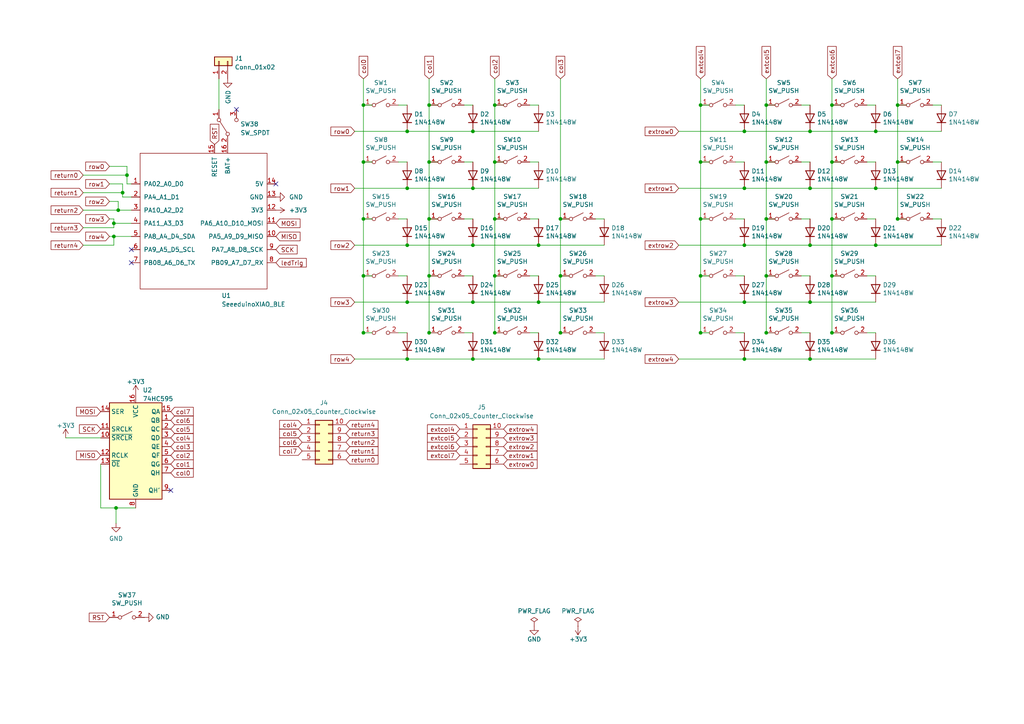
<source format=kicad_sch>
(kicad_sch (version 20231120) (generator "eeschema") (generator_version "8.0")
  (paper "A4")
  (lib_symbols
    (symbol "74xx:74HC595"
      (property "Reference" "U" (at -7.62 13.97 0))
      (property "Value" "74HC595" (at -7.62 -16.51 0))
      (symbol "74HC595_1_0"
        (pin tri_state line (at 10.16 7.62 180) (length 2.54) (name "QB") (number "1"))
        (pin input line (at -10.16 2.54 0) (length 2.54) (name "~{SRCLR}") (number "10"))
        (pin input line (at -10.16 5.08 0) (length 2.54) (name "SRCLK") (number "11"))
        (pin input line (at -10.16 -2.54 0) (length 2.54) (name "RCLK") (number "12"))
        (pin input line (at -10.16 -5.08 0) (length 2.54) (name "~{OE}") (number "13"))
        (pin input line (at -10.16 10.16 0) (length 2.54) (name "SER") (number "14"))
        (pin tri_state line (at 10.16 10.16 180) (length 2.54) (name "QA") (number "15"))
        (pin power_in line (at 0 15.24 270) (length 2.54) (name "VCC") (number "16"))
        (pin tri_state line (at 10.16 5.08 180) (length 2.54) (name "QC") (number "2"))
        (pin tri_state line (at 10.16 2.54 180) (length 2.54) (name "QD") (number "3"))
        (pin tri_state line (at 10.16 0 180) (length 2.54) (name "QE") (number "4"))
        (pin tri_state line (at 10.16 -2.54 180) (length 2.54) (name "QF") (number "5"))
        (pin tri_state line (at 10.16 -5.08 180) (length 2.54) (name "QG") (number "6"))
        (pin tri_state line (at 10.16 -7.62 180) (length 2.54) (name "QH") (number "7"))
        (pin power_in line (at 0 -17.78 90) (length 2.54) (name "GND") (number "8"))
        (pin output line (at 10.16 -12.7 180) (length 2.54) (name "QH'") (number "9"))
      )
    )
    (symbol "Connector_Generic:Conn_01x02" (pin_names (offset 1.016) hide)
      (property "Reference" "J" (at 0 2.54 0))
      (property "Value" "Conn_01x02" (at 0 -5.08 0))
      (symbol "Conn_01x02_1_1"
        (pin passive line (at -5.08 0 0) (length 3.81) (name "Pin_1") (number "1"))
        (pin passive line (at -5.08 -2.54 0) (length 3.81) (name "Pin_2") (number "2"))
      )
    )
    (symbol "Connector_Generic:Conn_02x05_Counter_Clockwise" (pin_names (offset 1.016) hide)
      (property "Reference" "J" (at 1.27 7.62 0))
      (property "Value" "Conn_02x05_Counter_Clockwise" (at 1.27 -7.62 0))
      (symbol "Conn_02x05_Counter_Clockwise_1_1"
        (pin passive line (at -5.08 5.08 0) (length 3.81) (name "Pin_1") (number "1"))
        (pin passive line (at 7.62 5.08 180) (length 3.81) (name "Pin_10") (number "10"))
        (pin passive line (at -5.08 2.54 0) (length 3.81) (name "Pin_2") (number "2"))
        (pin passive line (at -5.08 0 0) (length 3.81) (name "Pin_3") (number "3"))
        (pin passive line (at -5.08 -2.54 0) (length 3.81) (name "Pin_4") (number "4"))
        (pin passive line (at -5.08 -5.08 0) (length 3.81) (name "Pin_5") (number "5"))
        (pin passive line (at 7.62 -5.08 180) (length 3.81) (name "Pin_6") (number "6"))
        (pin passive line (at 7.62 -2.54 180) (length 3.81) (name "Pin_7") (number "7"))
        (pin passive line (at 7.62 0 180) (length 3.81) (name "Pin_8") (number "8"))
        (pin passive line (at 7.62 2.54 180) (length 3.81) (name "Pin_9") (number "9"))
      )
    )
    (symbol "Diode:1N4148W" (pin_numbers hide) (pin_names hide)
      (property "Reference" "D" (at 0 2.54 0))
      (property "Value" "1N4148W" (at 0 -2.54 0))
      (symbol "1N4148W_1_1"
        (pin passive line (at -3.81 0 0) (length 2.54) (name "K") (number "1"))
        (pin passive line (at 3.81 0 180) (length 2.54) (name "A") (number "2"))
      )
    )
    (symbol "Seeeduino XIAO:SeeeduinoXIAO_BLE" (pin_names (offset 1.016))
      (property "Reference" "U1" (at -0.635 -23.8506 0))
      (property "Value" "SeeeduinoXIAO_BLE" (at -0.635 -26.162 0))
      (symbol "SeeeduinoXIAO_BLE_1_1"
        (pin bidirectional line (at -21.59 11.43 0) (length 2.54) (name "PA02_A0_D0") (number "1"))
        (pin bidirectional line (at 20.32 -3.81 180) (length 2.54) (name "PA5_A9_D9_MISO") (number "10"))
        (pin bidirectional line (at 20.32 0 180) (length 2.54) (name "PA6_A10_D10_MOSI") (number "11"))
        (pin power_out line (at 20.32 3.81 180) (length 2.54) (name "3V3") (number "12"))
        (pin power_out line (at 20.32 7.62 180) (length 2.54) (name "GND") (number "13"))
        (pin power_out line (at 20.32 11.43 180) (length 2.54) (name "5V") (number "14"))
        (pin input line (at 2.54 22.86 270) (length 2.54) (name "RESET") (number "15"))
        (pin power_in line (at 6.35 22.86 270) (length 2.54) (name "BAT+") (number "16"))
        (pin bidirectional line (at -21.59 7.62 0) (length 2.54) (name "PA4_A1_D1") (number "2"))
        (pin bidirectional line (at -21.59 3.81 0) (length 2.54) (name "PA10_A2_D2") (number "3"))
        (pin unspecified line (at -21.59 0 0) (length 2.54) (name "PA11_A3_D3") (number "4"))
        (pin bidirectional line (at -21.59 -3.81 0) (length 2.54) (name "PA8_A4_D4_SDA") (number "5"))
        (pin bidirectional line (at -21.59 -7.62 0) (length 2.54) (name "PA9_A5_D5_SCL") (number "6"))
        (pin bidirectional line (at -21.59 -11.43 0) (length 2.54) (name "PB08_A6_D6_TX") (number "7"))
        (pin bidirectional line (at 20.32 -11.43 180) (length 2.54) (name "PB09_A7_D7_RX") (number "8"))
        (pin bidirectional line (at 20.32 -7.62 180) (length 2.54) (name "PA7_A8_D8_SCK") (number "9"))
      )
    )
    (symbol "Switch:SW_SPDT" (pin_names (offset 0) hide)
      (property "Reference" "SW" (at 0 4.318 0))
      (property "Value" "SW_SPDT" (at 0 -5.08 0))
      (symbol "SW_SPDT_1_1"
        (pin passive line (at 5.08 2.54 180) (length 2.54) (name "A") (number "1"))
        (pin passive line (at -5.08 0 0) (length 2.54) (name "B") (number "2"))
        (pin passive line (at 5.08 -2.54 180) (length 2.54) (name "C") (number "3"))
      )
    )
    (symbol "Switch:SW_SPST" (pin_names (offset 0) hide)
      (property "Reference" "SW" (at 0 3.175 0))
      (property "Value" "SW_SPST" (at 0 -2.54 0))
      (symbol "SW_SPST_1_1"
        (pin passive line (at -5.08 0 0) (length 2.54) (name "A") (number "1"))
        (pin passive line (at 5.08 0 180) (length 2.54) (name "B") (number "2"))
      )
    )
    (symbol "power:+3V3" (power) (pin_names (offset 0))
      (property "Value" "+3V3" (at 0 3.556 0))
      (symbol "+3V3_1_1"
        (pin power_in line (at 0 0 90) (length 0) hide (name "+3V3") (number "1"))
      )
    )
    (symbol "power:GND" (power) (pin_names (offset 0))
      (property "Value" "GND" (at 0 -3.81 0))
      (symbol "GND_1_1"
        (pin power_in line (at 0 0 270) (length 0) hide (name "GND") (number "1"))
      )
    )
    (symbol "power:PWR_FLAG" (power) (pin_numbers hide) (pin_names (offset 0) hide)
      (property "Value" "PWR_FLAG" (at 0 3.81 0))
      (symbol "PWR_FLAG_0_0"
        (pin power_out line (at 0 0 90) (length 0) (name "pwr") (number "1"))
      )
    )
  )
  (junction (at 241.3 80.01))
  (junction (at 222.25 80.01))
  (junction (at 234.95 104.14))
  (junction (at 156.21 104.14))
  (junction (at 137.16 71.12))
  (junction (at 162.56 80.01))
  (junction (at 33.02 68.58))
  (junction (at 203.2 46.99))
  (junction (at 215.9 87.63))
  (junction (at 254 38.1))
  (junction (at 143.51 96.52))
  (junction (at 137.16 87.63))
  (junction (at 260.35 63.5))
  (junction (at 222.25 63.5))
  (junction (at 203.2 96.52))
  (junction (at 105.41 96.52))
  (junction (at 143.51 80.01))
  (junction (at 222.25 30.48))
  (junction (at 241.3 96.52))
  (junction (at 222.25 96.52))
  (junction (at 203.2 30.48))
  (junction (at 260.35 30.48))
  (junction (at 234.95 87.63))
  (junction (at 105.41 46.99))
  (junction (at 162.56 96.52))
  (junction (at 33.655 147.32))
  (junction (at 137.16 38.1))
  (junction (at 118.11 87.63))
  (junction (at 234.95 71.12))
  (junction (at 241.3 30.48))
  (junction (at 260.35 46.99))
  (junction (at 124.46 30.48))
  (junction (at 118.11 38.1))
  (junction (at 254 54.61))
  (junction (at 124.46 96.52))
  (junction (at 156.21 71.12))
  (junction (at 34.29 60.96))
  (junction (at 105.41 63.5))
  (junction (at 156.21 87.63))
  (junction (at 105.41 30.48))
  (junction (at 124.46 80.01))
  (junction (at 241.3 46.99))
  (junction (at 241.3 63.5))
  (junction (at 118.11 104.14))
  (junction (at 215.9 71.12))
  (junction (at 203.2 80.01))
  (junction (at 137.16 54.61))
  (junction (at 215.9 104.14))
  (junction (at 33.02 64.77))
  (junction (at 203.2 63.5))
  (junction (at 137.16 104.14))
  (junction (at 118.11 71.12))
  (junction (at 35.56 55.88))
  (junction (at 143.51 30.48))
  (junction (at 118.11 54.61))
  (junction (at 162.56 63.5))
  (junction (at 143.51 46.99))
  (junction (at 222.25 46.99))
  (junction (at 124.46 46.99))
  (junction (at 215.9 38.1))
  (junction (at 234.95 38.1))
  (junction (at 254 71.12))
  (junction (at 105.41 80.01))
  (junction (at 124.46 63.5))
  (junction (at 215.9 54.61))
  (junction (at 234.95 54.61))
  (junction (at 143.51 63.5))
  (junction (at 36.83 50.8))
  (no_connect (at 68.58 31.75))
  (no_connect (at 38.1 72.39))
  (no_connect (at 80.01 53.34))
  (no_connect (at 38.1 76.2))
  (no_connect (at 49.53 142.24))
  (wire (pts (xy 196.85 71.12) (xy 215.9 71.12)))
  (wire (pts (xy 105.41 80.01) (xy 105.41 96.52)))
  (wire (pts (xy 137.16 71.12) (xy 156.21 71.12)))
  (wire (pts (xy 31.75 68.58) (xy 33.02 68.58)))
  (wire (pts (xy 254 38.1) (xy 273.05 38.1)))
  (wire (pts (xy 251.46 30.48) (xy 254 30.48)))
  (wire (pts (xy 241.3 80.01) (xy 241.3 96.52)))
  (wire (pts (xy 234.95 38.1) (xy 254 38.1)))
  (wire (pts (xy 31.75 63.5) (xy 33.02 63.5)))
  (wire (pts (xy 196.85 87.63) (xy 215.9 87.63)))
  (wire (pts (xy 203.2 80.01) (xy 203.2 96.52)))
  (wire (pts (xy 232.41 96.52) (xy 234.95 96.52)))
  (wire (pts (xy 205.74 30.48) (xy 203.2 30.48)))
  (wire (pts (xy 203.2 46.99) (xy 203.2 63.5)))
  (wire (pts (xy 105.41 22.86) (xy 105.41 30.48)))
  (wire (pts (xy 162.56 80.01) (xy 162.56 96.52)))
  (wire (pts (xy 153.67 63.5) (xy 156.21 63.5)))
  (wire (pts (xy 172.72 63.5) (xy 175.26 63.5)))
  (wire (pts (xy 33.655 147.32) (xy 33.655 151.765)))
  (wire (pts (xy 107.95 80.01) (xy 105.41 80.01)))
  (wire (pts (xy 224.79 30.48) (xy 222.25 30.48)))
  (wire (pts (xy 63.5 22.86) (xy 63.5 31.75)))
  (wire (pts (xy 213.36 63.5) (xy 215.9 63.5)))
  (wire (pts (xy 251.46 63.5) (xy 254 63.5)))
  (wire (pts (xy 124.46 46.99) (xy 124.46 63.5)))
  (wire (pts (xy 118.11 54.61) (xy 137.16 54.61)))
  (wire (pts (xy 127 80.01) (xy 124.46 80.01)))
  (wire (pts (xy 24.13 50.8) (xy 36.83 50.8)))
  (wire (pts (xy 196.85 54.61) (xy 215.9 54.61)))
  (wire (pts (xy 29.21 127) (xy 19.05 127)))
  (wire (pts (xy 172.72 80.01) (xy 175.26 80.01)))
  (wire (pts (xy 213.36 96.52) (xy 215.9 96.52)))
  (wire (pts (xy 143.51 63.5) (xy 143.51 80.01)))
  (wire (pts (xy 115.57 30.48) (xy 118.11 30.48)))
  (wire (pts (xy 222.25 63.5) (xy 222.25 80.01)))
  (wire (pts (xy 24.13 55.88) (xy 35.56 55.88)))
  (wire (pts (xy 165.1 63.5) (xy 162.56 63.5)))
  (wire (pts (xy 124.46 22.86) (xy 124.46 30.48)))
  (wire (pts (xy 24.13 71.12) (xy 33.02 71.12)))
  (wire (pts (xy 146.05 30.48) (xy 143.51 30.48)))
  (wire (pts (xy 213.36 46.99) (xy 215.9 46.99)))
  (wire (pts (xy 162.56 22.86) (xy 162.56 63.5)))
  (wire (pts (xy 134.62 46.99) (xy 137.16 46.99)))
  (wire (pts (xy 33.02 68.58) (xy 38.1 68.58)))
  (wire (pts (xy 224.79 96.52) (xy 222.25 96.52)))
  (wire (pts (xy 153.67 30.48) (xy 156.21 30.48)))
  (wire (pts (xy 33.02 64.77) (xy 38.1 64.77)))
  (wire (pts (xy 33.02 63.5) (xy 33.02 64.77)))
  (wire (pts (xy 39.37 147.32) (xy 33.655 147.32)))
  (wire (pts (xy 153.67 46.99) (xy 156.21 46.99)))
  (wire (pts (xy 156.21 104.14) (xy 175.26 104.14)))
  (wire (pts (xy 215.9 38.1) (xy 234.95 38.1)))
  (wire (pts (xy 36.83 48.26) (xy 36.83 50.8)))
  (wire (pts (xy 203.2 30.48) (xy 203.2 46.99)))
  (wire (pts (xy 127 63.5) (xy 124.46 63.5)))
  (wire (pts (xy 127 30.48) (xy 124.46 30.48)))
  (wire (pts (xy 34.29 60.96) (xy 38.1 60.96)))
  (wire (pts (xy 222.25 30.48) (xy 222.25 46.99)))
  (wire (pts (xy 224.79 46.99) (xy 222.25 46.99)))
  (wire (pts (xy 124.46 30.48) (xy 124.46 46.99)))
  (wire (pts (xy 222.25 80.01) (xy 222.25 96.52)))
  (wire (pts (xy 107.95 30.48) (xy 105.41 30.48)))
  (wire (pts (xy 162.56 63.5) (xy 162.56 80.01)))
  (wire (pts (xy 215.9 104.14) (xy 234.95 104.14)))
  (wire (pts (xy 146.05 63.5) (xy 143.51 63.5)))
  (wire (pts (xy 153.67 96.52) (xy 156.21 96.52)))
  (wire (pts (xy 205.74 46.99) (xy 203.2 46.99)))
  (wire (pts (xy 232.41 46.99) (xy 234.95 46.99)))
  (wire (pts (xy 222.25 22.86) (xy 222.25 30.48)))
  (wire (pts (xy 205.74 96.52) (xy 203.2 96.52)))
  (wire (pts (xy 254 71.12) (xy 273.05 71.12)))
  (wire (pts (xy 165.1 80.01) (xy 162.56 80.01)))
  (wire (pts (xy 107.95 46.99) (xy 105.41 46.99)))
  (wire (pts (xy 143.51 80.01) (xy 143.51 96.52)))
  (wire (pts (xy 35.56 57.15) (xy 38.1 57.15)))
  (wire (pts (xy 105.41 46.99) (xy 105.41 63.5)))
  (wire (pts (xy 36.83 53.34) (xy 38.1 53.34)))
  (wire (pts (xy 203.2 22.86) (xy 203.2 30.48)))
  (wire (pts (xy 127 96.52) (xy 124.46 96.52)))
  (wire (pts (xy 115.57 46.99) (xy 118.11 46.99)))
  (wire (pts (xy 31.75 53.34) (xy 35.56 53.34)))
  (wire (pts (xy 102.87 104.14) (xy 118.11 104.14)))
  (wire (pts (xy 196.85 38.1) (xy 215.9 38.1)))
  (wire (pts (xy 143.51 30.48) (xy 143.51 46.99)))
  (wire (pts (xy 203.2 63.5) (xy 203.2 80.01)))
  (wire (pts (xy 134.62 96.52) (xy 137.16 96.52)))
  (wire (pts (xy 102.87 87.63) (xy 118.11 87.63)))
  (wire (pts (xy 146.05 96.52) (xy 143.51 96.52)))
  (wire (pts (xy 205.74 80.01) (xy 203.2 80.01)))
  (wire (pts (xy 175.26 96.52) (xy 172.72 96.52)))
  (wire (pts (xy 134.62 30.48) (xy 137.16 30.48)))
  (wire (pts (xy 243.84 46.99) (xy 241.3 46.99)))
  (wire (pts (xy 105.41 30.48) (xy 105.41 46.99)))
  (wire (pts (xy 262.89 46.99) (xy 260.35 46.99)))
  (wire (pts (xy 118.11 104.14) (xy 137.16 104.14)))
  (wire (pts (xy 232.41 63.5) (xy 234.95 63.5)))
  (wire (pts (xy 118.11 38.1) (xy 137.16 38.1)))
  (wire (pts (xy 156.21 71.12) (xy 175.26 71.12)))
  (wire (pts (xy 260.35 22.86) (xy 260.35 30.48)))
  (wire (pts (xy 134.62 80.01) (xy 137.16 80.01)))
  (wire (pts (xy 251.46 80.01) (xy 254 80.01)))
  (wire (pts (xy 146.05 46.99) (xy 143.51 46.99)))
  (wire (pts (xy 243.84 63.5) (xy 241.3 63.5)))
  (wire (pts (xy 224.79 63.5) (xy 222.25 63.5)))
  (wire (pts (xy 260.35 30.48) (xy 260.35 46.99)))
  (wire (pts (xy 24.13 66.04) (xy 33.02 66.04)))
  (wire (pts (xy 31.75 58.42) (xy 34.29 58.42)))
  (wire (pts (xy 29.21 147.32) (xy 33.655 147.32)))
  (wire (pts (xy 29.21 134.62) (xy 29.21 147.32)))
  (wire (pts (xy 102.87 71.12) (xy 118.11 71.12)))
  (wire (pts (xy 243.84 80.01) (xy 241.3 80.01)))
  (wire (pts (xy 270.51 46.99) (xy 273.05 46.99)))
  (wire (pts (xy 102.87 54.61) (xy 118.11 54.61)))
  (wire (pts (xy 196.85 104.14) (xy 215.9 104.14)))
  (wire (pts (xy 134.62 63.5) (xy 137.16 63.5)))
  (wire (pts (xy 33.02 71.12) (xy 33.02 68.58)))
  (wire (pts (xy 107.95 96.52) (xy 105.41 96.52)))
  (wire (pts (xy 215.9 54.61) (xy 234.95 54.61)))
  (wire (pts (xy 243.84 96.52) (xy 241.3 96.52)))
  (wire (pts (xy 35.56 53.34) (xy 35.56 55.88)))
  (wire (pts (xy 232.41 30.48) (xy 234.95 30.48)))
  (wire (pts (xy 124.46 63.5) (xy 124.46 80.01)))
  (wire (pts (xy 241.3 30.48) (xy 241.3 46.99)))
  (wire (pts (xy 254 96.52) (xy 251.46 96.52)))
  (wire (pts (xy 118.11 87.63) (xy 137.16 87.63)))
  (wire (pts (xy 146.05 80.01) (xy 143.51 80.01)))
  (wire (pts (xy 234.95 54.61) (xy 254 54.61)))
  (wire (pts (xy 127 46.99) (xy 124.46 46.99)))
  (wire (pts (xy 143.51 22.86) (xy 143.51 30.48)))
  (wire (pts (xy 270.51 30.48) (xy 273.05 30.48)))
  (wire (pts (xy 36.83 50.8) (xy 36.83 53.34)))
  (wire (pts (xy 33.02 66.04) (xy 33.02 64.77)))
  (wire (pts (xy 234.95 71.12) (xy 254 71.12)))
  (wire (pts (xy 102.87 38.1) (xy 118.11 38.1)))
  (wire (pts (xy 241.3 22.86) (xy 241.3 30.48)))
  (wire (pts (xy 215.9 71.12) (xy 234.95 71.12)))
  (wire (pts (xy 215.9 87.63) (xy 234.95 87.63)))
  (wire (pts (xy 35.56 55.88) (xy 35.56 57.15)))
  (wire (pts (xy 251.46 46.99) (xy 254 46.99)))
  (wire (pts (xy 234.95 87.63) (xy 254 87.63)))
  (wire (pts (xy 137.16 87.63) (xy 156.21 87.63)))
  (wire (pts (xy 241.3 63.5) (xy 241.3 80.01)))
  (wire (pts (xy 105.41 63.5) (xy 105.41 80.01)))
  (wire (pts (xy 156.21 87.63) (xy 175.26 87.63)))
  (wire (pts (xy 24.13 60.96) (xy 34.29 60.96)))
  (wire (pts (xy 205.74 63.5) (xy 203.2 63.5)))
  (wire (pts (xy 213.36 80.01) (xy 215.9 80.01)))
  (wire (pts (xy 153.67 80.01) (xy 156.21 80.01)))
  (wire (pts (xy 118.11 71.12) (xy 137.16 71.12)))
  (wire (pts (xy 137.16 38.1) (xy 156.21 38.1)))
  (wire (pts (xy 224.79 80.01) (xy 222.25 80.01)))
  (wire (pts (xy 107.95 63.5) (xy 105.41 63.5)))
  (wire (pts (xy 232.41 80.01) (xy 234.95 80.01)))
  (wire (pts (xy 262.89 30.48) (xy 260.35 30.48)))
  (wire (pts (xy 260.35 46.99) (xy 260.35 63.5)))
  (wire (pts (xy 213.36 30.48) (xy 215.9 30.48)))
  (wire (pts (xy 118.11 96.52) (xy 115.57 96.52)))
  (wire (pts (xy 234.95 104.14) (xy 254 104.14)))
  (wire (pts (xy 143.51 46.99) (xy 143.51 63.5)))
  (wire (pts (xy 243.84 30.48) (xy 241.3 30.48)))
  (wire (pts (xy 270.51 63.5) (xy 273.05 63.5)))
  (wire (pts (xy 34.29 58.42) (xy 34.29 60.96)))
  (wire (pts (xy 241.3 46.99) (xy 241.3 63.5)))
  (wire (pts (xy 31.75 48.26) (xy 36.83 48.26)))
  (wire (pts (xy 262.89 63.5) (xy 260.35 63.5)))
  (wire (pts (xy 254 54.61) (xy 273.05 54.61)))
  (wire (pts (xy 137.16 54.61) (xy 156.21 54.61)))
  (wire (pts (xy 115.57 80.01) (xy 118.11 80.01)))
  (wire (pts (xy 124.46 80.01) (xy 124.46 96.52)))
  (wire (pts (xy 118.11 63.5) (xy 115.57 63.5)))
  (wire (pts (xy 165.1 96.52) (xy 162.56 96.52)))
  (wire (pts (xy 137.16 104.14) (xy 156.21 104.14)))
  (wire (pts (xy 222.25 46.99) (xy 222.25 63.5)))
  (global_label "col6" (shape input) (at 87.63 128.27 180) (property "Intersheetrefs" "${INTERSHEET_REFS}" (effects (hide yes))))
  (global_label "row4" (shape input) (at 102.87 104.14 180) (property "Intersheetrefs" "${INTERSHEET_REFS}" (effects (hide yes))))
  (global_label "MOSI" (shape input) (at 29.21 119.38 180) (property "Intersheetrefs" "${INTERSHEET_REFS}" (effects (hide yes))))
  (global_label "col2" (shape input) (at 143.51 22.86 90) (property "Intersheetrefs" "${INTERSHEET_REFS}" (effects (hide yes))))
  (global_label "ledTrig" (shape input) (at 80.01 76.2 0) (property "Intersheetrefs" "${INTERSHEET_REFS}" (effects (hide yes))))
  (global_label "row2" (shape input) (at 102.87 71.12 180) (property "Intersheetrefs" "${INTERSHEET_REFS}" (effects (hide yes))))
  (global_label "return3" (shape input) (at 100.33 125.73 0) (property "Intersheetrefs" "${INTERSHEET_REFS}" (effects (hide yes))))
  (global_label "extcol5" (shape input) (at 133.35 127 180) (property "Intersheetrefs" "${INTERSHEET_REFS}" (effects (hide yes))))
  (global_label "extcol5" (shape input) (at 222.25 22.86 90) (property "Intersheetrefs" "${INTERSHEET_REFS}" (effects (hide yes))))
  (global_label "return4" (shape input) (at 24.13 71.12 180) (property "Intersheetrefs" "${INTERSHEET_REFS}" (effects (hide yes))))
  (global_label "col3" (shape input) (at 162.56 22.86 90) (property "Intersheetrefs" "${INTERSHEET_REFS}" (effects (hide yes))))
  (global_label "row4" (shape input) (at 31.75 68.58 180) (property "Intersheetrefs" "${INTERSHEET_REFS}" (effects (hide yes))))
  (global_label "extrow4" (shape input) (at 146.05 124.46 0) (property "Intersheetrefs" "${INTERSHEET_REFS}" (effects (hide yes))))
  (global_label "SCK" (shape input) (at 29.21 124.46 180) (property "Intersheetrefs" "${INTERSHEET_REFS}" (effects (hide yes))))
  (global_label "extrow1" (shape input) (at 146.05 132.08 0) (property "Intersheetrefs" "${INTERSHEET_REFS}" (effects (hide yes))))
  (global_label "extrow2" (shape input) (at 196.85 71.12 180) (property "Intersheetrefs" "${INTERSHEET_REFS}" (effects (hide yes))))
  (global_label "SCK" (shape input) (at 80.01 72.39 0) (property "Intersheetrefs" "${INTERSHEET_REFS}" (effects (hide yes))))
  (global_label "col1" (shape input) (at 49.53 134.62 0) (property "Intersheetrefs" "${INTERSHEET_REFS}" (effects (hide yes))))
  (global_label "col3" (shape input) (at 49.53 129.54 0) (property "Intersheetrefs" "${INTERSHEET_REFS}" (effects (hide yes))))
  (global_label "row1" (shape input) (at 102.87 54.61 180) (property "Intersheetrefs" "${INTERSHEET_REFS}" (effects (hide yes))))
  (global_label "col7" (shape input) (at 49.53 119.38 0) (property "Intersheetrefs" "${INTERSHEET_REFS}" (effects (hide yes))))
  (global_label "return2" (shape input) (at 24.13 60.96 180) (property "Intersheetrefs" "${INTERSHEET_REFS}" (effects (hide yes))))
  (global_label "col5" (shape input) (at 49.53 124.46 0) (property "Intersheetrefs" "${INTERSHEET_REFS}" (effects (hide yes))))
  (global_label "row2" (shape input) (at 31.75 58.42 180) (property "Intersheetrefs" "${INTERSHEET_REFS}" (effects (hide yes))))
  (global_label "extrow2" (shape input) (at 146.05 129.54 0) (property "Intersheetrefs" "${INTERSHEET_REFS}" (effects (hide yes))))
  (global_label "extcol6" (shape input) (at 241.3 22.86 90) (property "Intersheetrefs" "${INTERSHEET_REFS}" (effects (hide yes))))
  (global_label "col6" (shape input) (at 49.53 121.92 0) (property "Intersheetrefs" "${INTERSHEET_REFS}" (effects (hide yes))))
  (global_label "extcol4" (shape input) (at 203.2 22.86 90) (property "Intersheetrefs" "${INTERSHEET_REFS}" (effects (hide yes))))
  (global_label "col5" (shape input) (at 87.63 125.73 180) (property "Intersheetrefs" "${INTERSHEET_REFS}" (effects (hide yes))))
  (global_label "row3" (shape input) (at 102.87 87.63 180) (property "Intersheetrefs" "${INTERSHEET_REFS}" (effects (hide yes))))
  (global_label "extrow3" (shape input) (at 146.05 127 0) (property "Intersheetrefs" "${INTERSHEET_REFS}" (effects (hide yes))))
  (global_label "col2" (shape input) (at 49.53 132.08 0) (property "Intersheetrefs" "${INTERSHEET_REFS}" (effects (hide yes))))
  (global_label "MISO" (shape input) (at 29.21 132.08 180) (property "Intersheetrefs" "${INTERSHEET_REFS}" (effects (hide yes))))
  (global_label "extrow1" (shape input) (at 196.85 54.61 180) (property "Intersheetrefs" "${INTERSHEET_REFS}" (effects (hide yes))))
  (global_label "RST" (shape input) (at 62.23 41.91 90) (property "Intersheetrefs" "${INTERSHEET_REFS}" (effects (hide yes))))
  (global_label "extcol6" (shape input) (at 133.35 129.54 180) (property "Intersheetrefs" "${INTERSHEET_REFS}" (effects (hide yes))))
  (global_label "col4" (shape input) (at 49.53 127 0) (property "Intersheetrefs" "${INTERSHEET_REFS}" (effects (hide yes))))
  (global_label "return4" (shape input) (at 100.33 123.19 0) (property "Intersheetrefs" "${INTERSHEET_REFS}" (effects (hide yes))))
  (global_label "return0" (shape input) (at 100.33 133.35 0) (property "Intersheetrefs" "${INTERSHEET_REFS}" (effects (hide yes))))
  (global_label "extcol4" (shape input) (at 133.35 124.46 180) (property "Intersheetrefs" "${INTERSHEET_REFS}" (effects (hide yes))))
  (global_label "extcol7" (shape input) (at 133.35 132.08 180) (property "Intersheetrefs" "${INTERSHEET_REFS}" (effects (hide yes))))
  (global_label "return2" (shape input) (at 100.33 128.27 0) (property "Intersheetrefs" "${INTERSHEET_REFS}" (effects (hide yes))))
  (global_label "col1" (shape input) (at 124.46 22.86 90) (property "Intersheetrefs" "${INTERSHEET_REFS}" (effects (hide yes))))
  (global_label "extrow0" (shape input) (at 146.05 134.62 0) (property "Intersheetrefs" "${INTERSHEET_REFS}" (effects (hide yes))))
  (global_label "return0" (shape input) (at 24.13 50.8 180) (property "Intersheetrefs" "${INTERSHEET_REFS}" (effects (hide yes))))
  (global_label "MISO" (shape input) (at 80.01 68.58 0) (property "Intersheetrefs" "${INTERSHEET_REFS}" (effects (hide yes))))
  (global_label "return3" (shape input) (at 24.13 66.04 180) (property "Intersheetrefs" "${INTERSHEET_REFS}" (effects (hide yes))))
  (global_label "return1" (shape input) (at 100.33 130.81 0) (property "Intersheetrefs" "${INTERSHEET_REFS}" (effects (hide yes))))
  (global_label "row0" (shape input) (at 31.75 48.26 180) (property "Intersheetrefs" "${INTERSHEET_REFS}" (effects (hide yes))))
  (global_label "row0" (shape input) (at 102.87 38.1 180) (property "Intersheetrefs" "${INTERSHEET_REFS}" (effects (hide yes))))
  (global_label "row1" (shape input) (at 31.75 53.34 180) (property "Intersheetrefs" "${INTERSHEET_REFS}" (effects (hide yes))))
  (global_label "extrow0" (shape input) (at 196.85 38.1 180) (property "Intersheetrefs" "${INTERSHEET_REFS}" (effects (hide yes))))
  (global_label "RST" (shape input) (at 31.75 179.07 180) (property "Intersheetrefs" "${INTERSHEET_REFS}" (effects (hide yes))))
  (global_label "row3" (shape input) (at 31.75 63.5 180) (property "Intersheetrefs" "${INTERSHEET_REFS}" (effects (hide yes))))
  (global_label "col0" (shape input) (at 105.41 22.86 90) (property "Intersheetrefs" "${INTERSHEET_REFS}" (effects (hide yes))))
  (global_label "col4" (shape input) (at 87.63 123.19 180) (property "Intersheetrefs" "${INTERSHEET_REFS}" (effects (hide yes))))
  (global_label "extcol7" (shape input) (at 260.35 22.86 90) (property "Intersheetrefs" "${INTERSHEET_REFS}" (effects (hide yes))))
  (global_label "extrow4" (shape input) (at 196.85 104.14 180) (property "Intersheetrefs" "${INTERSHEET_REFS}" (effects (hide yes))))
  (global_label "MOSI" (shape input) (at 80.01 64.77 0) (property "Intersheetrefs" "${INTERSHEET_REFS}" (effects (hide yes))))
  (global_label "col7" (shape input) (at 87.63 130.81 180) (property "Intersheetrefs" "${INTERSHEET_REFS}" (effects (hide yes))))
  (global_label "col0" (shape input) (at 49.53 137.16 0) (property "Intersheetrefs" "${INTERSHEET_REFS}" (effects (hide yes))))
  (global_label "return1" (shape input) (at 24.13 55.88 180) (property "Intersheetrefs" "${INTERSHEET_REFS}" (effects (hide yes))))
  (global_label "extrow3" (shape input) (at 196.85 87.63 180) (property "Intersheetrefs" "${INTERSHEET_REFS}" (effects (hide yes))))
  (symbol (lib_id "power:GND") (at 33.655 151.765 0) (unit 1)
    (property "Reference" "#PWR07" (effects (hide yes)))
    (property "Value" "GND" (at 33.655 156.2084 0))
  )
  (symbol (lib_id "power:GND") (at 154.94 181.61 0) (unit 1)
    (property "Reference" "#PWR09" (effects (hide yes)))
    (property "Value" "GND" (at 154.94 185.42 0))
  )
  (symbol (lib_id "Switch:SW_SPST") (at 129.54 46.99 0) (unit 1)
    (property "Reference" "SW9" (at 129.54 40.513 0))
    (property "Value" "SW_PUSH" (at 129.54 42.8244 0))
    (property "Footprint" "Switch_Keyboard_Hotswap_Kailh:SW_Hotswap_Kailh_Choc_V1V2_1.00u" (effects (hide yes)))
  )
  (symbol (lib_id "power:+3V3") (at 167.64 181.61 180) (unit 1)
    (property "Reference" "#PWR010" (effects (hide yes)))
    (property "Value" "+3V3" (at 165.1 185.42 0) (effects (justify right)))
  )
  (symbol (lib_id "Diode:1N4148W") (at 254 100.33 90) (unit 1)
    (property "Reference" "D36" (at 256.032 99.1616 90) (effects (justify right)))
    (property "Value" "1N4148W" (at 256.032 101.473 90) (effects (justify right)))
    (property "Footprint" "Diode_SMD:D_SOD-123" (effects (hide yes)))
    (property "Datasheet" "https://www.vishay.com/docs/85748/1n4148w.pdf" (effects (hide yes)))
  )
  (symbol (lib_id "Diode:1N4148W") (at 118.11 100.33 90) (unit 1)
    (property "Reference" "D30" (at 120.142 99.1616 90) (effects (justify right)))
    (property "Value" "1N4148W" (at 120.142 101.473 90) (effects (justify right)))
    (property "Footprint" "Diode_SMD:D_SOD-123" (effects (hide yes)))
    (property "Datasheet" "https://www.vishay.com/docs/85748/1n4148w.pdf" (effects (hide yes)))
  )
  (symbol (lib_id "Connector_Generic:Conn_02x05_Counter_Clockwise") (at 92.71 128.27 0) (unit 1)
    (property "Reference" "J4" (at 93.98 116.84 0))
    (property "Value" "Conn_02x05_Counter_Clockwise" (at 93.98 119.38 0))
    (property "Footprint" "Connector_PinHeader_1.27mm:PinHeader_2x05_P1.27mm_Vertical_SMD" (effects (hide yes)))
    (property "Description" "Generic connector, double row, 02x05, counter clockwise pin numbering scheme (similar to DIP package numbering), script generated (kicad-library-utils/schlib/autogen/connector/)" (effects (hide yes)))
  )
  (symbol (lib_id "Diode:1N4148W") (at 273.05 50.8 90) (unit 1)
    (property "Reference" "D14" (at 275.082 49.6316 90) (effects (justify right)))
    (property "Value" "1N4148W" (at 275.082 51.943 90) (effects (justify right)))
    (property "Footprint" "Diode_SMD:D_SOD-123" (effects (hide yes)))
    (property "Datasheet" "https://www.vishay.com/docs/85748/1n4148w.pdf" (effects (hide yes)))
  )
  (symbol (lib_id "Switch:SW_SPST") (at 110.49 46.99 0) (unit 1)
    (property "Reference" "SW8" (at 110.49 40.513 0))
    (property "Value" "SW_PUSH" (at 110.49 42.8244 0))
    (property "Footprint" "Switch_Keyboard_Hotswap_Kailh:SW_Hotswap_Kailh_Choc_V1V2_1.00u" (effects (hide yes)))
  )
  (symbol (lib_id "Switch:SW_SPST") (at 246.38 30.48 0) (unit 1)
    (property "Reference" "SW6" (at 246.38 24.003 0))
    (property "Value" "SW_PUSH" (at 246.38 26.3144 0))
    (property "Footprint" "Switch_Keyboard_Hotswap_Kailh:SW_Hotswap_Kailh_Choc_V1V2_1.00u" (effects (hide yes)))
  )
  (symbol (lib_id "Switch:SW_SPST") (at 129.54 63.5 0) (unit 1)
    (property "Reference" "SW16" (at 129.54 57.023 0))
    (property "Value" "SW_PUSH" (at 129.54 59.3344 0))
    (property "Footprint" "Switch_Keyboard_Hotswap_Kailh:SW_Hotswap_Kailh_Choc_V1V2_1.00u" (effects (hide yes)))
  )
  (symbol (lib_id "Switch:SW_SPST") (at 265.43 63.5 0) (unit 1)
    (property "Reference" "SW22" (at 265.43 57.023 0))
    (property "Value" "SW_PUSH" (at 265.43 59.3344 0))
    (property "Footprint" "Switch_Keyboard_Hotswap_Kailh:SW_Hotswap_Kailh_Choc_V1V2_1.00u" (effects (hide yes)))
  )
  (symbol (lib_id "Switch:SW_SPST") (at 208.28 30.48 0) (unit 1)
    (property "Reference" "SW4" (at 208.28 24.003 0))
    (property "Value" "SW_PUSH" (at 208.28 26.3144 0))
    (property "Footprint" "Switch_Keyboard_Hotswap_Kailh:SW_Hotswap_Kailh_Choc_V1V2_1.00u" (effects (hide yes)))
  )
  (symbol (lib_id "Switch:SW_SPST") (at 148.59 63.5 0) (unit 1)
    (property "Reference" "SW17" (at 148.59 57.023 0))
    (property "Value" "SW_PUSH" (at 148.59 59.3344 0))
    (property "Footprint" "Switch_Keyboard_Hotswap_Kailh:SW_Hotswap_Kailh_Choc_V1V2_1.00u" (effects (hide yes)))
  )
  (symbol (lib_id "Switch:SW_SPST") (at 246.38 63.5 0) (unit 1)
    (property "Reference" "SW21" (at 246.38 57.023 0))
    (property "Value" "SW_PUSH" (at 246.38 59.3344 0))
    (property "Footprint" "Switch_Keyboard_Hotswap_Kailh:SW_Hotswap_Kailh_Choc_V1V2_1.00u" (effects (hide yes)))
  )
  (symbol (lib_id "Diode:1N4148W") (at 234.95 83.82 90) (unit 1)
    (property "Reference" "D28" (at 236.982 82.6516 90) (effects (justify right)))
    (property "Value" "1N4148W" (at 236.982 84.963 90) (effects (justify right)))
    (property "Footprint" "Diode_SMD:D_SOD-123" (effects (hide yes)))
    (property "Datasheet" "https://www.vishay.com/docs/85748/1n4148w.pdf" (effects (hide yes)))
  )
  (symbol (lib_id "Diode:1N4148W") (at 273.05 67.31 90) (unit 1)
    (property "Reference" "D22" (at 275.082 66.1416 90) (effects (justify right)))
    (property "Value" "1N4148W" (at 275.082 68.453 90) (effects (justify right)))
    (property "Footprint" "Diode_SMD:D_SOD-123" (effects (hide yes)))
    (property "Datasheet" "https://www.vishay.com/docs/85748/1n4148w.pdf" (effects (hide yes)))
  )
  (symbol (lib_id "Switch:SW_SPST") (at 129.54 80.01 0) (unit 1)
    (property "Reference" "SW24" (at 129.54 73.533 0))
    (property "Value" "SW_PUSH" (at 129.54 75.8444 0))
    (property "Footprint" "Switch_Keyboard_Hotswap_Kailh:SW_Hotswap_Kailh_Choc_V1V2_1.00u" (effects (hide yes)))
  )
  (symbol (lib_id "Switch:SW_SPST") (at 148.59 80.01 0) (unit 1)
    (property "Reference" "SW25" (at 148.59 73.533 0))
    (property "Value" "SW_PUSH" (at 148.59 75.8444 0))
    (property "Footprint" "Switch_Keyboard_Hotswap_Kailh:SW_Hotswap_Kailh_Choc_V1V2_1.00u" (effects (hide yes)))
  )
  (symbol (lib_id "Diode:1N4148W") (at 137.16 34.29 90) (unit 1)
    (property "Reference" "D2" (at 139.192 33.1216 90) (effects (justify right)))
    (property "Value" "1N4148W" (at 139.192 35.433 90) (effects (justify right)))
    (property "Footprint" "Diode_SMD:D_SOD-123" (effects (hide yes)))
    (property "Datasheet" "https://www.vishay.com/docs/85748/1n4148w.pdf" (effects (hide yes)))
  )
  (symbol (lib_id "Switch:SW_SPST") (at 148.59 46.99 0) (unit 1)
    (property "Reference" "SW10" (at 148.59 40.513 0))
    (property "Value" "SW_PUSH" (at 148.59 42.8244 0))
    (property "Footprint" "Switch_Keyboard_Hotswap_Kailh:SW_Hotswap_Kailh_Choc_V1V2_1.00u" (effects (hide yes)))
  )
  (symbol (lib_id "Switch:SW_SPST") (at 167.64 80.01 0) (unit 1)
    (property "Reference" "SW26" (at 167.64 73.533 0))
    (property "Value" "SW_PUSH" (at 167.64 75.8444 0))
    (property "Footprint" "Switch_Keyboard_Hotswap_Kailh:SW_Hotswap_Kailh_Choc_V1V2_1.00u" (effects (hide yes)))
  )
  (symbol (lib_id "Diode:1N4148W") (at 118.11 67.31 90) (unit 1)
    (property "Reference" "D15" (at 120.142 66.1416 90) (effects (justify right)))
    (property "Value" "1N4148W" (at 120.142 68.453 90) (effects (justify right)))
    (property "Footprint" "Diode_SMD:D_SOD-123" (effects (hide yes)))
    (property "Datasheet" "https://www.vishay.com/docs/85748/1n4148w.pdf" (effects (hide yes)))
  )
  (symbol (lib_id "power:GND") (at 66.04 22.86 0) (unit 1)
    (property "Reference" "#PWR02" (effects (hide yes)))
    (property "Value" "GND" (at 66.167 26.1112 90) (effects (justify right)))
  )
  (symbol (lib_id "power:+3V3") (at 19.05 127 0) (unit 1)
    (property "Reference" "#PWR06" (effects (hide yes)))
    (property "Value" "+3V3" (at 19.05 123.4242 0))
  )
  (symbol (lib_id "power:+3V3") (at 80.01 60.96 270) (unit 1)
    (property "Reference" "#PWR04" (effects (hide yes)))
    (property "Value" "+3V3" (at 83.82 60.96 90) (effects (justify left)))
  )
  (symbol (lib_id "power:GND") (at 80.01 57.15 90) (unit 1)
    (property "Reference" "#PWR03" (effects (hide yes)))
    (property "Value" "GND" (at 83.82 57.15 90) (effects (justify right)))
  )
  (symbol (lib_id "Diode:1N4148W") (at 175.26 83.82 90) (unit 1)
    (property "Reference" "D26" (at 177.292 82.6516 90) (effects (justify right)))
    (property "Value" "1N4148W" (at 177.292 84.963 90) (effects (justify right)))
    (property "Footprint" "Diode_SMD:D_SOD-123" (effects (hide yes)))
    (property "Datasheet" "https://www.vishay.com/docs/85748/1n4148w.pdf" (effects (hide yes)))
  )
  (symbol (lib_id "Diode:1N4148W") (at 156.21 67.31 90) (unit 1)
    (property "Reference" "D17" (at 158.242 66.1416 90) (effects (justify right)))
    (property "Value" "1N4148W" (at 158.242 68.453 90) (effects (justify right)))
    (property "Footprint" "Diode_SMD:D_SOD-123" (effects (hide yes)))
    (property "Datasheet" "https://www.vishay.com/docs/85748/1n4148w.pdf" (effects (hide yes)))
  )
  (symbol (lib_id "Diode:1N4148W") (at 156.21 34.29 90) (unit 1)
    (property "Reference" "D3" (at 158.242 33.1216 90) (effects (justify right)))
    (property "Value" "1N4148W" (at 158.242 35.433 90) (effects (justify right)))
    (property "Footprint" "Diode_SMD:D_SOD-123" (effects (hide yes)))
    (property "Datasheet" "https://www.vishay.com/docs/85748/1n4148w.pdf" (effects (hide yes)))
  )
  (symbol (lib_id "Switch:SW_SPST") (at 246.38 96.52 0) (unit 1)
    (property "Reference" "SW36" (at 246.38 90.043 0))
    (property "Value" "SW_PUSH" (at 246.38 92.3544 0))
    (property "Footprint" "Switch_Keyboard_Hotswap_Kailh:SW_Hotswap_Kailh_Choc_V1V2_1.00u" (effects (hide yes)))
  )
  (symbol (lib_id "Switch:SW_SPST") (at 110.49 80.01 0) (unit 1)
    (property "Reference" "SW23" (at 110.49 73.533 0))
    (property "Value" "SW_PUSH" (at 110.49 75.8444 0))
    (property "Footprint" "Switch_Keyboard_Hotswap_Kailh:SW_Hotswap_Kailh_Choc_V1V2_1.00u" (effects (hide yes)))
  )
  (symbol (lib_id "Switch:SW_SPDT") (at 66.04 36.83 90) (unit 1)
    (property "Reference" "SW38" (at 69.723 35.9953 90) (effects (justify right)))
    (property "Value" "SW_SPDT" (at 69.723 38.5322 90) (effects (justify right)))
    (property "Footprint" "footprints:CUS-12TB" (effects (hide yes)))
  )
  (symbol (lib_id "74xx:74HC595") (at 39.37 129.54 0) (unit 1)
    (property "Reference" "U2" (at 41.3894 113.1402 0) (effects (justify left)))
    (property "Value" "74HC595" (at 41.3894 115.6771 0) (effects (justify left)))
    (property "Footprint" "Package_SO:TSSOP-16_4.4x5mm_P0.65mm" (effects (hide yes)))
    (property "Datasheet" "http://www.ti.com/lit/ds/symlink/sn74hc595.pdf" (effects (hide yes)))
    (property "LCSC Part Number" "C10092" (effects (hide yes)))
  )
  (symbol (lib_id "Diode:1N4148W") (at 215.9 83.82 90) (unit 1)
    (property "Reference" "D27" (at 217.932 82.6516 90) (effects (justify right)))
    (property "Value" "1N4148W" (at 217.932 84.963 90) (effects (justify right)))
    (property "Footprint" "Diode_SMD:D_SOD-123" (effects (hide yes)))
    (property "Datasheet" "https://www.vishay.com/docs/85748/1n4148w.pdf" (effects (hide yes)))
  )
  (symbol (lib_id "Diode:1N4148W") (at 215.9 50.8 90) (unit 1)
    (property "Reference" "D11" (at 217.932 49.6316 90) (effects (justify right)))
    (property "Value" "1N4148W" (at 217.932 51.943 90) (effects (justify right)))
    (property "Footprint" "Diode_SMD:D_SOD-123" (effects (hide yes)))
    (property "Datasheet" "https://www.vishay.com/docs/85748/1n4148w.pdf" (effects (hide yes)))
  )
  (symbol (lib_id "Switch:SW_SPST") (at 110.49 30.48 0) (unit 1)
    (property "Reference" "SW1" (at 110.49 24.003 0))
    (property "Value" "SW_PUSH" (at 110.49 26.3144 0))
    (property "Footprint" "Switch_Keyboard_Hotswap_Kailh:SW_Hotswap_Kailh_Choc_V1V2_1.00u" (effects (hide yes)))
  )
  (symbol (lib_id "Switch:SW_SPST") (at 148.59 30.48 0) (unit 1)
    (property "Reference" "SW3" (at 148.59 24.003 0))
    (property "Value" "SW_PUSH" (at 148.59 26.3144 0))
    (property "Footprint" "Switch_Keyboard_Hotswap_Kailh:SW_Hotswap_Kailh_Choc_V1V2_1.00u" (effects (hide yes)))
  )
  (symbol (lib_id "Switch:SW_SPST") (at 208.28 63.5 0) (unit 1)
    (property "Reference" "SW19" (at 208.28 57.023 0))
    (property "Value" "SW_PUSH" (at 208.28 59.3344 0))
    (property "Footprint" "Switch_Keyboard_Hotswap_Kailh:SW_Hotswap_Kailh_Choc_V1V2_1.00u" (effects (hide yes)))
  )
  (symbol (lib_id "power:PWR_FLAG") (at 154.94 181.61 0) (unit 1)
    (property "Reference" "#FLG01" (effects (hide yes)))
    (property "Value" "PWR_FLAG" (at 154.94 177.2158 0))
  )
  (symbol (lib_id "power:+3V3") (at 39.37 114.3 0) (unit 1)
    (property "Reference" "#PWR05" (effects (hide yes)))
    (property "Value" "+3V3" (at 39.37 110.7242 0))
  )
  (symbol (lib_id "Diode:1N4148W") (at 175.26 100.33 90) (unit 1)
    (property "Reference" "D33" (at 177.292 99.1616 90) (effects (justify right)))
    (property "Value" "1N4148W" (at 177.292 101.473 90) (effects (justify right)))
    (property "Footprint" "Diode_SMD:D_SOD-123" (effects (hide yes)))
    (property "Datasheet" "https://www.vishay.com/docs/85748/1n4148w.pdf" (effects (hide yes)))
  )
  (symbol (lib_id "Switch:SW_SPST") (at 208.28 96.52 0) (unit 1)
    (property "Reference" "SW34" (at 208.28 90.043 0))
    (property "Value" "SW_PUSH" (at 208.28 92.3544 0))
    (property "Footprint" "Switch_Keyboard_Hotswap_Kailh:SW_Hotswap_Kailh_Choc_V1V2_1.00u" (effects (hide yes)))
  )
  (symbol (lib_id "Switch:SW_SPST") (at 208.28 46.99 0) (unit 1)
    (property "Reference" "SW11" (at 208.28 40.513 0))
    (property "Value" "SW_PUSH" (at 208.28 42.8244 0))
    (property "Footprint" "Switch_Keyboard_Hotswap_Kailh:SW_Hotswap_Kailh_Choc_V1V2_1.00u" (effects (hide yes)))
  )
  (symbol (lib_id "Switch:SW_SPST") (at 208.28 80.01 0) (unit 1)
    (property "Reference" "SW27" (at 208.28 73.533 0))
    (property "Value" "SW_PUSH" (at 208.28 75.8444 0))
    (property "Footprint" "Switch_Keyboard_Hotswap_Kailh:SW_Hotswap_Kailh_Choc_V1V2_1.00u" (effects (hide yes)))
  )
  (symbol (lib_id "Diode:1N4148W") (at 137.16 83.82 90) (unit 1)
    (property "Reference" "D24" (at 139.192 82.6516 90) (effects (justify right)))
    (property "Value" "1N4148W" (at 139.192 84.963 90) (effects (justify right)))
    (property "Footprint" "Diode_SMD:D_SOD-123" (effects (hide yes)))
    (property "Datasheet" "https://www.vishay.com/docs/85748/1n4148w.pdf" (effects (hide yes)))
  )
  (symbol (lib_id "Diode:1N4148W") (at 254 67.31 90) (unit 1)
    (property "Reference" "D21" (at 256.032 66.1416 90) (effects (justify right)))
    (property "Value" "1N4148W" (at 256.032 68.453 90) (effects (justify right)))
    (property "Footprint" "Diode_SMD:D_SOD-123" (effects (hide yes)))
    (property "Datasheet" "https://www.vishay.com/docs/85748/1n4148w.pdf" (effects (hide yes)))
  )
  (symbol (lib_id "power:PWR_FLAG") (at 167.64 181.61 0) (unit 1)
    (property "Reference" "#FLG02" (effects (hide yes)))
    (property "Value" "PWR_FLAG" (at 167.64 177.2158 0))
  )
  (symbol (lib_id "Diode:1N4148W") (at 234.95 34.29 90) (unit 1)
    (property "Reference" "D5" (at 236.982 33.1216 90) (effects (justify right)))
    (property "Value" "1N4148W" (at 236.982 35.433 90) (effects (justify right)))
    (property "Footprint" "Diode_SMD:D_SOD-123" (effects (hide yes)))
    (property "Datasheet" "https://www.vishay.com/docs/85748/1n4148w.pdf" (effects (hide yes)))
  )
  (symbol (lib_id "Switch:SW_SPST") (at 110.49 63.5 0) (unit 1)
    (property "Reference" "SW15" (at 110.49 57.023 0))
    (property "Value" "SW_PUSH" (at 110.49 59.3344 0))
    (property "Footprint" "Switch_Keyboard_Hotswap_Kailh:SW_Hotswap_Kailh_Choc_V1V2_1.00u" (effects (hide yes)))
  )
  (symbol (lib_id "Diode:1N4148W") (at 137.16 100.33 90) (unit 1)
    (property "Reference" "D31" (at 139.192 99.1616 90) (effects (justify right)))
    (property "Value" "1N4148W" (at 139.192 101.473 90) (effects (justify right)))
    (property "Footprint" "Diode_SMD:D_SOD-123" (effects (hide yes)))
    (property "Datasheet" "https://www.vishay.com/docs/85748/1n4148w.pdf" (effects (hide yes)))
  )
  (symbol (lib_id "Switch:SW_SPST") (at 148.59 96.52 0) (unit 1)
    (property "Reference" "SW32" (at 148.59 90.043 0))
    (property "Value" "SW_PUSH" (at 148.59 92.3544 0))
    (property "Footprint" "Switch_Keyboard_Hotswap_Kailh:SW_Hotswap_Kailh_Choc_V1V2_1.00u" (effects (hide yes)))
  )
  (symbol (lib_id "Switch:SW_SPST") (at 129.54 96.52 0) (unit 1)
    (property "Reference" "SW31" (at 129.54 90.043 0))
    (property "Value" "SW_PUSH" (at 129.54 92.3544 0))
    (property "Footprint" "Switch_Keyboard_Hotswap_Kailh:SW_Hotswap_Kailh_Choc_V1V2_1.00u" (effects (hide yes)))
  )
  (symbol (lib_id "Switch:SW_SPST") (at 167.64 96.52 0) (unit 1)
    (property "Reference" "SW33" (at 167.64 90.043 0))
    (property "Value" "SW_PUSH" (at 167.64 92.3544 0))
    (property "Footprint" "Switch_Keyboard_Hotswap_Kailh:SW_Hotswap_Kailh_Choc_V1V2_1.50u_90deg" (effects (hide yes)))
  )
  (symbol (lib_id "Seeeduino XIAO:SeeeduinoXIAO_BLE") (at 59.69 64.77 0) (unit 1)
    (property "Reference" "U1" (at 64.2494 85.7234 0) (effects (justify left)))
    (property "Value" "SeeeduinoXIAO_BLE" (at 64.2494 88.2603 0) (effects (justify left)))
    (property "Footprint" "xiao:Seeeduino XIAO-MOUDLE14P-2.54-21X17.8MM" (effects (hide yes)))
  )
  (symbol (lib_id "Diode:1N4148W") (at 156.21 83.82 90) (unit 1)
    (property "Reference" "D25" (at 158.242 82.6516 90) (effects (justify right)))
    (property "Value" "1N4148W" (at 158.242 84.963 90) (effects (justify right)))
    (property "Footprint" "Diode_SMD:D_SOD-123" (effects (hide yes)))
    (property "Datasheet" "https://www.vishay.com/docs/85748/1n4148w.pdf" (effects (hide yes)))
  )
  (symbol (lib_id "Diode:1N4148W") (at 118.11 50.8 90) (unit 1)
    (property "Reference" "D8" (at 120.142 49.6316 90) (effects (justify right)))
    (property "Value" "1N4148W" (at 120.142 51.943 90) (effects (justify right)))
    (property "Footprint" "Diode_SMD:D_SOD-123" (effects (hide yes)))
    (property "Datasheet" "https://www.vishay.com/docs/85748/1n4148w.pdf" (effects (hide yes)))
  )
  (symbol (lib_id "Diode:1N4148W") (at 234.95 100.33 90) (unit 1)
    (property "Reference" "D35" (at 236.982 99.1616 90) (effects (justify right)))
    (property "Value" "1N4148W" (at 236.982 101.473 90) (effects (justify right)))
    (property "Footprint" "Diode_SMD:D_SOD-123" (effects (hide yes)))
    (property "Datasheet" "https://www.vishay.com/docs/85748/1n4148w.pdf" (effects (hide yes)))
  )
  (symbol (lib_id "Switch:SW_SPST") (at 36.83 179.07 0) (unit 1)
    (property "Reference" "SW37" (at 36.83 172.593 0))
    (property "Value" "SW_PUSH" (at 36.83 174.9044 0))
    (property "Footprint" "Button_Switch_SMD:SW_SPST_PTS645" (effects (hide yes)))
  )
  (symbol (lib_id "Switch:SW_SPST") (at 167.64 63.5 0) (unit 1)
    (property "Reference" "SW18" (at 167.64 57.023 0))
    (property "Value" "SW_PUSH" (at 167.64 59.3344 0))
    (property "Footprint" "Switch_Keyboard_Hotswap_Kailh:SW_Hotswap_Kailh_Choc_V1V2_1.00u" (effects (hide yes)))
  )
  (symbol (lib_id "Switch:SW_SPST") (at 227.33 46.99 0) (unit 1)
    (property "Reference" "SW12" (at 227.33 40.513 0))
    (property "Value" "SW_PUSH" (at 227.33 42.8244 0))
    (property "Footprint" "Switch_Keyboard_Hotswap_Kailh:SW_Hotswap_Kailh_Choc_V1V2_1.00u" (effects (hide yes)))
  )
  (symbol (lib_id "Diode:1N4148W") (at 254 83.82 90) (unit 1)
    (property "Reference" "D29" (at 256.032 82.6516 90) (effects (justify right)))
    (property "Value" "1N4148W" (at 256.032 84.963 90) (effects (justify right)))
    (property "Footprint" "Diode_SMD:D_SOD-123" (effects (hide yes)))
    (property "Datasheet" "https://www.vishay.com/docs/85748/1n4148w.pdf" (effects (hide yes)))
  )
  (symbol (lib_id "Diode:1N4148W") (at 254 34.29 90) (unit 1)
    (property "Reference" "D6" (at 256.032 33.1216 90) (effects (justify right)))
    (property "Value" "1N4148W" (at 256.032 35.433 90) (effects (justify right)))
    (property "Footprint" "Diode_SMD:D_SOD-123" (effects (hide yes)))
    (property "Datasheet" "https://www.vishay.com/docs/85748/1n4148w.pdf" (effects (hide yes)))
  )
  (symbol (lib_id "Switch:SW_SPST") (at 129.54 30.48 0) (unit 1)
    (property "Reference" "SW2" (at 129.54 24.003 0))
    (property "Value" "SW_PUSH" (at 129.54 26.3144 0))
    (property "Footprint" "Switch_Keyboard_Hotswap_Kailh:SW_Hotswap_Kailh_Choc_V1V2_1.00u" (effects (hide yes)))
  )
  (symbol (lib_id "Diode:1N4148W") (at 137.16 67.31 90) (unit 1)
    (property "Reference" "D16" (at 139.192 66.1416 90) (effects (justify right)))
    (property "Value" "1N4148W" (at 139.192 68.453 90) (effects (justify right)))
    (property "Footprint" "Diode_SMD:D_SOD-123" (effects (hide yes)))
    (property "Datasheet" "https://www.vishay.com/docs/85748/1n4148w.pdf" (effects (hide yes)))
  )
  (symbol (lib_id "Switch:SW_SPST") (at 227.33 96.52 0) (unit 1)
    (property "Reference" "SW35" (at 227.33 90.043 0))
    (property "Value" "SW_PUSH" (at 227.33 92.3544 0))
    (property "Footprint" "Switch_Keyboard_Hotswap_Kailh:SW_Hotswap_Kailh_Choc_V1V2_1.00u" (effects (hide yes)))
  )
  (symbol (lib_id "Diode:1N4148W") (at 254 50.8 90) (unit 1)
    (property "Reference" "D13" (at 256.032 49.6316 90) (effects (justify right)))
    (property "Value" "1N4148W" (at 256.032 51.943 90) (effects (justify right)))
    (property "Footprint" "Diode_SMD:D_SOD-123" (effects (hide yes)))
    (property "Datasheet" "https://www.vishay.com/docs/85748/1n4148w.pdf" (effects (hide yes)))
  )
  (symbol (lib_id "Switch:SW_SPST") (at 246.38 80.01 0) (unit 1)
    (property "Reference" "SW29" (at 246.38 73.533 0))
    (property "Value" "SW_PUSH" (at 246.38 75.8444 0))
    (property "Footprint" "Switch_Keyboard_Hotswap_Kailh:SW_Hotswap_Kailh_Choc_V1V2_1.00u" (effects (hide yes)))
  )
  (symbol (lib_id "Diode:1N4148W") (at 118.11 83.82 90) (unit 1)
    (property "Reference" "D23" (at 120.142 82.6516 90) (effects (justify right)))
    (property "Value" "1N4148W" (at 120.142 84.963 90) (effects (justify right)))
    (property "Footprint" "Diode_SMD:D_SOD-123" (effects (hide yes)))
    (property "Datasheet" "https://www.vishay.com/docs/85748/1n4148w.pdf" (effects (hide yes)))
  )
  (symbol (lib_id "Diode:1N4148W") (at 215.9 100.33 90) (unit 1)
    (property "Reference" "D34" (at 217.932 99.1616 90) (effects (justify right)))
    (property "Value" "1N4148W" (at 217.932 101.473 90) (effects (justify right)))
    (property "Footprint" "Diode_SMD:D_SOD-123" (effects (hide yes)))
    (property "Datasheet" "https://www.vishay.com/docs/85748/1n4148w.pdf" (effects (hide yes)))
  )
  (symbol (lib_id "Diode:1N4148W") (at 156.21 100.33 90) (unit 1)
    (property "Reference" "D32" (at 158.242 99.1616 90) (effects (justify right)))
    (property "Value" "1N4148W" (at 158.242 101.473 90) (effects (justify right)))
    (property "Footprint" "Diode_SMD:D_SOD-123" (effects (hide yes)))
    (property "Datasheet" "https://www.vishay.com/docs/85748/1n4148w.pdf" (effects (hide yes)))
  )
  (symbol (lib_id "Diode:1N4148W") (at 215.9 67.31 90) (unit 1)
    (property "Reference" "D19" (at 217.932 66.1416 90) (effects (justify right)))
    (property "Value" "1N4148W" (at 217.932 68.453 90) (effects (justify right)))
    (property "Footprint" "Diode_SMD:D_SOD-123" (effects (hide yes)))
    (property "Datasheet" "https://www.vishay.com/docs/85748/1n4148w.pdf" (effects (hide yes)))
  )
  (symbol (lib_id "Diode:1N4148W") (at 215.9 34.29 90) (unit 1)
    (property "Reference" "D4" (at 217.932 33.1216 90) (effects (justify right)))
    (property "Value" "1N4148W" (at 217.932 35.433 90) (effects (justify right)))
    (property "Footprint" "Diode_SMD:D_SOD-123" (effects (hide yes)))
    (property "Datasheet" "https://www.vishay.com/docs/85748/1n4148w.pdf" (effects (hide yes)))
  )
  (symbol (lib_id "Switch:SW_SPST") (at 227.33 63.5 0) (unit 1)
    (property "Reference" "SW20" (at 227.33 57.023 0))
    (property "Value" "SW_PUSH" (at 227.33 59.3344 0))
    (property "Footprint" "Switch_Keyboard_Hotswap_Kailh:SW_Hotswap_Kailh_Choc_V1V2_1.00u" (effects (hide yes)))
  )
  (symbol (lib_id "Switch:SW_SPST") (at 265.43 46.99 0) (unit 1)
    (property "Reference" "SW14" (at 265.43 40.513 0))
    (property "Value" "SW_PUSH" (at 265.43 42.8244 0))
    (property "Footprint" "Switch_Keyboard_Hotswap_Kailh:SW_Hotswap_Kailh_Choc_V1V2_1.00u" (effects (hide yes)))
  )
  (symbol (lib_id "Switch:SW_SPST") (at 110.49 96.52 0) (unit 1)
    (property "Reference" "SW30" (at 110.49 90.043 0))
    (property "Value" "SW_PUSH" (at 110.49 92.3544 0))
    (property "Footprint" "Switch_Keyboard_Hotswap_Kailh:SW_Hotswap_Kailh_Choc_V1V2_1.00u" (effects (hide yes)))
  )
  (symbol (lib_id "Switch:SW_SPST") (at 246.38 46.99 0) (unit 1)
    (property "Reference" "SW13" (at 246.38 40.513 0))
    (property "Value" "SW_PUSH" (at 246.38 42.8244 0))
    (property "Footprint" "Switch_Keyboard_Hotswap_Kailh:SW_Hotswap_Kailh_Choc_V1V2_1.00u" (effects (hide yes)))
  )
  (symbol (lib_id "Switch:SW_SPST") (at 265.43 30.48 0) (unit 1)
    (property "Reference" "SW7" (at 265.43 24.003 0))
    (property "Value" "SW_PUSH" (at 265.43 26.3144 0))
    (property "Footprint" "Switch_Keyboard_Hotswap_Kailh:SW_Hotswap_Kailh_Choc_V1V2_1.50u_90deg" (effects (hide yes)))
  )
  (symbol (lib_id "Diode:1N4148W") (at 234.95 67.31 90) (unit 1)
    (property "Reference" "D20" (at 236.982 66.1416 90) (effects (justify right)))
    (property "Value" "1N4148W" (at 236.982 68.453 90) (effects (justify right)))
    (property "Footprint" "Diode_SMD:D_SOD-123" (effects (hide yes)))
    (property "Datasheet" "https://www.vishay.com/docs/85748/1n4148w.pdf" (effects (hide yes)))
  )
  (symbol (lib_id "Diode:1N4148W") (at 118.11 34.29 90) (unit 1)
    (property "Reference" "D1" (at 120.142 33.1216 90) (effects (justify right)))
    (property "Value" "1N4148W" (at 120.142 35.433 90) (effects (justify right)))
    (property "Footprint" "Diode_SMD:D_SOD-123" (effects (hide yes)))
    (property "Datasheet" "https://www.vishay.com/docs/85748/1n4148w.pdf" (effects (hide yes)))
  )
  (symbol (lib_id "Diode:1N4148W") (at 137.16 50.8 90) (unit 1)
    (property "Reference" "D9" (at 139.192 49.6316 90) (effects (justify right)))
    (property "Value" "1N4148W" (at 139.192 51.943 90) (effects (justify right)))
    (property "Footprint" "Diode_SMD:D_SOD-123" (effects (hide yes)))
    (property "Datasheet" "https://www.vishay.com/docs/85748/1n4148w.pdf" (effects (hide yes)))
  )
  (symbol (lib_id "Diode:1N4148W") (at 175.26 67.31 90) (unit 1)
    (property "Reference" "D18" (at 177.292 66.1416 90) (effects (justify right)))
    (property "Value" "1N4148W" (at 177.292 68.453 90) (effects (justify right)))
    (property "Footprint" "Diode_SMD:D_SOD-123" (effects (hide yes)))
    (property "Datasheet" "https://www.vishay.com/docs/85748/1n4148w.pdf" (effects (hide yes)))
  )
  (symbol (lib_id "Switch:SW_SPST") (at 227.33 30.48 0) (unit 1)
    (property "Reference" "SW5" (at 227.33 24.003 0))
    (property "Value" "SW_PUSH" (at 227.33 26.3144 0))
    (property "Footprint" "Switch_Keyboard_Hotswap_Kailh:SW_Hotswap_Kailh_Choc_V1V2_1.00u" (effects (hide yes)))
  )
  (symbol (lib_id "Switch:SW_SPST") (at 227.33 80.01 0) (unit 1)
    (property "Reference" "SW28" (at 227.33 73.533 0))
    (property "Value" "SW_PUSH" (at 227.33 75.8444 0))
    (property "Footprint" "Switch_Keyboard_Hotswap_Kailh:SW_Hotswap_Kailh_Choc_V1V2_1.00u" (effects (hide yes)))
  )
  (symbol (lib_id "Diode:1N4148W") (at 156.21 50.8 90) (unit 1)
    (property "Reference" "D10" (at 158.242 49.6316 90) (effects (justify right)))
    (property "Value" "1N4148W" (at 158.242 51.943 90) (effects (justify right)))
    (property "Footprint" "Diode_SMD:D_SOD-123" (effects (hide yes)))
    (property "Datasheet" "https://www.vishay.com/docs/85748/1n4148w.pdf" (effects (hide yes)))
  )
  (symbol (lib_id "power:GND") (at 41.91 179.07 90) (unit 1)
    (property "Reference" "#PWR08" (effects (hide yes)))
    (property "Value" "GND" (at 45.1612 178.943 90) (effects (justify right)))
  )
  (symbol (lib_id "Connector_Generic:Conn_01x02") (at 63.5 17.78 90) (unit 1)
    (property "Reference" "J1" (at 68.072 16.9453 90) (effects (justify right)))
    (property "Value" "Conn_01x02" (at 68.072 19.4822 90) (effects (justify right)))
    (property "Footprint" "Connector_JST:JST_SH_SM02B-SRSS-TB_1x02-1MP_P1.00mm_Horizontal" (effects (hide yes)))
  )
  (symbol (lib_id "Diode:1N4148W") (at 234.95 50.8 90) (unit 1)
    (property "Reference" "D12" (at 236.982 49.6316 90) (effects (justify right)))
    (property "Value" "1N4148W" (at 236.982 51.943 90) (effects (justify right)))
    (property "Footprint" "Diode_SMD:D_SOD-123" (effects (hide yes)))
    (property "Datasheet" "https://www.vishay.com/docs/85748/1n4148w.pdf" (effects (hide yes)))
  )
  (symbol (lib_id "Diode:1N4148W") (at 273.05 34.29 90) (unit 1)
    (property "Reference" "D7" (at 275.082 33.1216 90) (effects (justify right)))
    (property "Value" "1N4148W" (at 275.082 35.433 90) (effects (justify right)))
    (property "Footprint" "Diode_SMD:D_SOD-123" (effects (hide yes)))
    (property "Datasheet" "https://www.vishay.com/docs/85748/1n4148w.pdf" (effects (hide yes)))
  )
  (symbol (lib_id "Connector_Generic:Conn_02x05_Counter_Clockwise") (at 138.43 129.54 0) (unit 1)
    (property "Reference" "J5" (at 139.7 118.11 0))
    (property "Value" "Conn_02x05_Counter_Clockwise" (at 139.7 120.65 0))
    (property "Footprint" "Connector_PinHeader_1.27mm:PinHeader_2x05_P1.27mm_Vertical_SMD" (effects (hide yes)))
    (property "Description" "Generic connector, double row, 02x05, counter clockwise pin numbering scheme (similar to DIP package numbering), script generated (kicad-library-utils/schlib/autogen/connector/)" (effects (hide yes)))
  )
)
</source>
